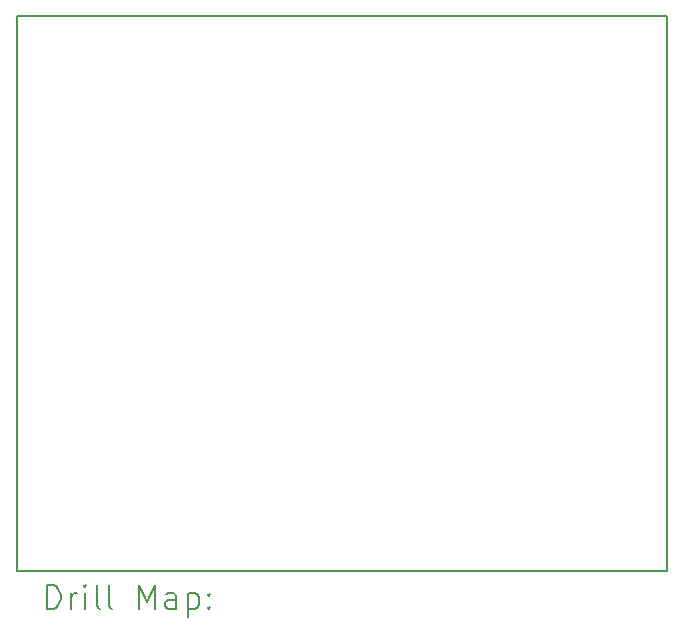
<source format=gbr>
%TF.GenerationSoftware,KiCad,Pcbnew,8.0.6*%
%TF.CreationDate,2024-12-29T09:39:46-05:00*%
%TF.ProjectId,Beagley-ai-2CAN,42656167-6c65-4792-9d61-692d3243414e,rev?*%
%TF.SameCoordinates,Original*%
%TF.FileFunction,Drillmap*%
%TF.FilePolarity,Positive*%
%FSLAX45Y45*%
G04 Gerber Fmt 4.5, Leading zero omitted, Abs format (unit mm)*
G04 Created by KiCad (PCBNEW 8.0.6) date 2024-12-29 09:39:46*
%MOMM*%
%LPD*%
G01*
G04 APERTURE LIST*
%ADD10C,0.150000*%
%ADD11C,0.200000*%
G04 APERTURE END LIST*
D10*
X7560000Y-7755000D02*
X7560000Y-3055000D01*
X13060000Y-7755000D02*
X7560000Y-7755000D01*
X13060000Y-3055000D02*
X7560000Y-3055000D01*
X13060000Y-3055000D02*
X13060000Y-7755000D01*
D11*
X7813277Y-8073984D02*
X7813277Y-7873984D01*
X7813277Y-7873984D02*
X7860896Y-7873984D01*
X7860896Y-7873984D02*
X7889467Y-7883508D01*
X7889467Y-7883508D02*
X7908515Y-7902555D01*
X7908515Y-7902555D02*
X7918039Y-7921603D01*
X7918039Y-7921603D02*
X7927562Y-7959698D01*
X7927562Y-7959698D02*
X7927562Y-7988269D01*
X7927562Y-7988269D02*
X7918039Y-8026365D01*
X7918039Y-8026365D02*
X7908515Y-8045412D01*
X7908515Y-8045412D02*
X7889467Y-8064460D01*
X7889467Y-8064460D02*
X7860896Y-8073984D01*
X7860896Y-8073984D02*
X7813277Y-8073984D01*
X8013277Y-8073984D02*
X8013277Y-7940650D01*
X8013277Y-7978746D02*
X8022801Y-7959698D01*
X8022801Y-7959698D02*
X8032324Y-7950174D01*
X8032324Y-7950174D02*
X8051372Y-7940650D01*
X8051372Y-7940650D02*
X8070420Y-7940650D01*
X8137086Y-8073984D02*
X8137086Y-7940650D01*
X8137086Y-7873984D02*
X8127562Y-7883508D01*
X8127562Y-7883508D02*
X8137086Y-7893031D01*
X8137086Y-7893031D02*
X8146610Y-7883508D01*
X8146610Y-7883508D02*
X8137086Y-7873984D01*
X8137086Y-7873984D02*
X8137086Y-7893031D01*
X8260896Y-8073984D02*
X8241848Y-8064460D01*
X8241848Y-8064460D02*
X8232324Y-8045412D01*
X8232324Y-8045412D02*
X8232324Y-7873984D01*
X8365658Y-8073984D02*
X8346610Y-8064460D01*
X8346610Y-8064460D02*
X8337086Y-8045412D01*
X8337086Y-8045412D02*
X8337086Y-7873984D01*
X8594229Y-8073984D02*
X8594229Y-7873984D01*
X8594229Y-7873984D02*
X8660896Y-8016841D01*
X8660896Y-8016841D02*
X8727563Y-7873984D01*
X8727563Y-7873984D02*
X8727563Y-8073984D01*
X8908515Y-8073984D02*
X8908515Y-7969222D01*
X8908515Y-7969222D02*
X8898991Y-7950174D01*
X8898991Y-7950174D02*
X8879944Y-7940650D01*
X8879944Y-7940650D02*
X8841848Y-7940650D01*
X8841848Y-7940650D02*
X8822801Y-7950174D01*
X8908515Y-8064460D02*
X8889467Y-8073984D01*
X8889467Y-8073984D02*
X8841848Y-8073984D01*
X8841848Y-8073984D02*
X8822801Y-8064460D01*
X8822801Y-8064460D02*
X8813277Y-8045412D01*
X8813277Y-8045412D02*
X8813277Y-8026365D01*
X8813277Y-8026365D02*
X8822801Y-8007317D01*
X8822801Y-8007317D02*
X8841848Y-7997793D01*
X8841848Y-7997793D02*
X8889467Y-7997793D01*
X8889467Y-7997793D02*
X8908515Y-7988269D01*
X9003753Y-7940650D02*
X9003753Y-8140650D01*
X9003753Y-7950174D02*
X9022801Y-7940650D01*
X9022801Y-7940650D02*
X9060896Y-7940650D01*
X9060896Y-7940650D02*
X9079944Y-7950174D01*
X9079944Y-7950174D02*
X9089467Y-7959698D01*
X9089467Y-7959698D02*
X9098991Y-7978746D01*
X9098991Y-7978746D02*
X9098991Y-8035888D01*
X9098991Y-8035888D02*
X9089467Y-8054936D01*
X9089467Y-8054936D02*
X9079944Y-8064460D01*
X9079944Y-8064460D02*
X9060896Y-8073984D01*
X9060896Y-8073984D02*
X9022801Y-8073984D01*
X9022801Y-8073984D02*
X9003753Y-8064460D01*
X9184705Y-8054936D02*
X9194229Y-8064460D01*
X9194229Y-8064460D02*
X9184705Y-8073984D01*
X9184705Y-8073984D02*
X9175182Y-8064460D01*
X9175182Y-8064460D02*
X9184705Y-8054936D01*
X9184705Y-8054936D02*
X9184705Y-8073984D01*
X9184705Y-7950174D02*
X9194229Y-7959698D01*
X9194229Y-7959698D02*
X9184705Y-7969222D01*
X9184705Y-7969222D02*
X9175182Y-7959698D01*
X9175182Y-7959698D02*
X9184705Y-7950174D01*
X9184705Y-7950174D02*
X9184705Y-7969222D01*
M02*

</source>
